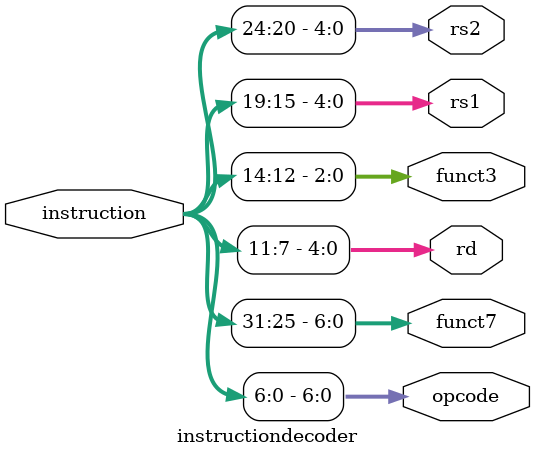
<source format=v>
`timescale 1ns / 1ps

module instructiondecoder #(parameter bitwidth = 32) (instruction, opcode, funct7,rd,funct3,rs1,rs2);
    input [bitwidth-1:0] instruction;
    output [6:0] opcode;
    output [6:0] funct7;
    output [4:0] rd;
    output [2:0] funct3;
    output [4:0] rs1;
    output [4:0] rs2;
    reg [6:0] opcode,funct7;
    reg [4:0] rd;
    reg [4:0] rs1, rs2;
    reg [2:0] funct3;
    //instruction¸¦ ¿©·¯°³ Ãâ·ÂÀ¸·Î µðÄÚµù
    always@(*) begin
        opcode = instruction[6:0];
        rd = instruction[11:7];
        funct3 = instruction[14:12];
        rs1 = instruction[19:15];
        rs2 = instruction[24:20];
        funct7 = instruction[31:25];
    end
 endmodule

</source>
